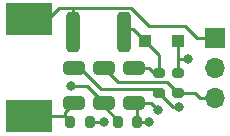
<source format=gbr>
%TF.GenerationSoftware,KiCad,Pcbnew,8.0.5*%
%TF.CreationDate,2024-10-19T22:56:50+02:00*%
%TF.ProjectId,pat-mat-pcb,7061742d-6d61-4742-9d70-63622e6b6963,rev?*%
%TF.SameCoordinates,Original*%
%TF.FileFunction,Copper,L1,Top*%
%TF.FilePolarity,Positive*%
%FSLAX46Y46*%
G04 Gerber Fmt 4.6, Leading zero omitted, Abs format (unit mm)*
G04 Created by KiCad (PCBNEW 8.0.5) date 2024-10-19 22:56:50*
%MOMM*%
%LPD*%
G01*
G04 APERTURE LIST*
G04 Aperture macros list*
%AMRoundRect*
0 Rectangle with rounded corners*
0 $1 Rounding radius*
0 $2 $3 $4 $5 $6 $7 $8 $9 X,Y pos of 4 corners*
0 Add a 4 corners polygon primitive as box body*
4,1,4,$2,$3,$4,$5,$6,$7,$8,$9,$2,$3,0*
0 Add four circle primitives for the rounded corners*
1,1,$1+$1,$2,$3*
1,1,$1+$1,$4,$5*
1,1,$1+$1,$6,$7*
1,1,$1+$1,$8,$9*
0 Add four rect primitives between the rounded corners*
20,1,$1+$1,$2,$3,$4,$5,0*
20,1,$1+$1,$4,$5,$6,$7,0*
20,1,$1+$1,$6,$7,$8,$9,0*
20,1,$1+$1,$8,$9,$2,$3,0*%
G04 Aperture macros list end*
%TA.AperFunction,SMDPad,CuDef*%
%ADD10RoundRect,0.250000X-0.650000X0.325000X-0.650000X-0.325000X0.650000X-0.325000X0.650000X0.325000X0*%
%TD*%
%TA.AperFunction,ConnectorPad*%
%ADD11R,4.000000X2.800000*%
%TD*%
%TA.AperFunction,SMDPad,CuDef*%
%ADD12RoundRect,0.200000X-0.200000X-0.275000X0.200000X-0.275000X0.200000X0.275000X-0.200000X0.275000X0*%
%TD*%
%TA.AperFunction,SMDPad,CuDef*%
%ADD13RoundRect,0.250000X0.300000X0.300000X-0.300000X0.300000X-0.300000X-0.300000X0.300000X-0.300000X0*%
%TD*%
%TA.AperFunction,SMDPad,CuDef*%
%ADD14RoundRect,0.200000X0.275000X-0.200000X0.275000X0.200000X-0.275000X0.200000X-0.275000X-0.200000X0*%
%TD*%
%TA.AperFunction,ComponentPad*%
%ADD15R,1.700000X1.700000*%
%TD*%
%TA.AperFunction,ComponentPad*%
%ADD16O,1.700000X1.700000*%
%TD*%
%TA.AperFunction,SMDPad,CuDef*%
%ADD17RoundRect,0.250000X0.312500X1.450000X-0.312500X1.450000X-0.312500X-1.450000X0.312500X-1.450000X0*%
%TD*%
%TA.AperFunction,SMDPad,CuDef*%
%ADD18RoundRect,0.250000X0.650000X-0.325000X0.650000X0.325000X-0.650000X0.325000X-0.650000X-0.325000X0*%
%TD*%
%TA.AperFunction,ViaPad*%
%ADD19C,0.800000*%
%TD*%
%TA.AperFunction,Conductor*%
%ADD20C,0.250000*%
%TD*%
G04 APERTURE END LIST*
D10*
%TO.P,C3,1*%
%TO.N,Net-(J1-Pin_3)*%
X85090000Y-63498200D03*
%TO.P,C3,2*%
%TO.N,Net-(C4-Cold)*%
X85090000Y-66448200D03*
%TD*%
D11*
%TO.P,C4,1,GND*%
%TO.N,Net-(C4-GND)*%
X78740000Y-59400000D03*
%TO.P,C4,2,Hot*%
%TO.N,Net-(C4-Hot)*%
X78740000Y-67600000D03*
%TD*%
D12*
%TO.P,R3,1*%
%TO.N,Net-(C4-Hot)*%
X82208600Y-68072000D03*
%TO.P,R3,2*%
%TO.N,Net-(D1-K)*%
X83858600Y-68072000D03*
%TD*%
%TO.P,R4,1*%
%TO.N,Net-(C4-Cold)*%
X86234000Y-68072000D03*
%TO.P,R4,2*%
%TO.N,Net-(D1-K)*%
X87884000Y-68072000D03*
%TD*%
D13*
%TO.P,D1,1,K*%
%TO.N,Net-(D1-K)*%
X91316000Y-61214000D03*
%TO.P,D1,2,A*%
%TO.N,Net-(D1-A)*%
X88516000Y-61214000D03*
%TD*%
D14*
%TO.P,R1,1*%
%TO.N,Net-(J1-Pin_2)*%
X89712800Y-65595000D03*
%TO.P,R1,2*%
%TO.N,Net-(D1-A)*%
X89712800Y-63945000D03*
%TD*%
D15*
%TO.P,J1,1,Pin_1*%
%TO.N,Net-(C4-GND)*%
X94488000Y-60960000D03*
D16*
%TO.P,J1,2,Pin_2*%
%TO.N,Net-(J1-Pin_2)*%
X94488000Y-63500000D03*
%TO.P,J1,3,Pin_3*%
%TO.N,Net-(J1-Pin_3)*%
X94488000Y-66040000D03*
%TD*%
D10*
%TO.P,C1,1*%
%TO.N,Net-(J1-Pin_2)*%
X82550000Y-63498200D03*
%TO.P,C1,2*%
%TO.N,Net-(C4-Hot)*%
X82550000Y-66448200D03*
%TD*%
D17*
%TO.P,L1,1,1*%
%TO.N,Net-(D1-A)*%
X86770300Y-60452000D03*
%TO.P,L1,2,2*%
%TO.N,Net-(C4-GND)*%
X82495300Y-60452000D03*
%TD*%
D14*
%TO.P,R2,1*%
%TO.N,Net-(J1-Pin_3)*%
X91363800Y-65595000D03*
%TO.P,R2,2*%
%TO.N,Net-(D1-K)*%
X91363800Y-63945000D03*
%TD*%
D18*
%TO.P,C2,1*%
%TO.N,Net-(D1-K)*%
X87630000Y-66450000D03*
%TO.P,C2,2*%
%TO.N,Net-(D1-A)*%
X87630000Y-63500000D03*
%TD*%
D19*
%TO.N,Net-(C4-Cold)*%
X82296000Y-65024000D03*
%TO.N,Net-(J1-Pin_2)*%
X91440000Y-66802000D03*
%TO.N,Net-(D1-K)*%
X88900000Y-68072000D03*
X85090000Y-68072000D03*
X92202000Y-62738000D03*
X89662000Y-67056000D03*
%TD*%
D20*
%TO.N,Net-(J1-Pin_3)*%
X94043000Y-65595000D02*
X94488000Y-66040000D01*
X91363800Y-65595000D02*
X90438800Y-64670000D01*
X94488000Y-66040000D02*
X93218000Y-66040000D01*
X92773000Y-65595000D02*
X91363800Y-65595000D01*
X93218000Y-66040000D02*
X92773000Y-65595000D01*
X90438800Y-64670000D02*
X86261800Y-64670000D01*
X86261800Y-64670000D02*
X85090000Y-63498200D01*
%TO.N,Net-(C4-Cold)*%
X86234000Y-68072000D02*
X86234000Y-67946000D01*
X82296000Y-65024000D02*
X83665800Y-65024000D01*
X83665800Y-65024000D02*
X85090000Y-66448200D01*
X86234000Y-67946000D02*
X85090000Y-66802000D01*
X85090000Y-66802000D02*
X85090000Y-66448200D01*
%TO.N,Net-(J1-Pin_2)*%
X83056200Y-63498200D02*
X84836000Y-65278000D01*
X89712800Y-65595000D02*
X90919800Y-66802000D01*
X90919800Y-66802000D02*
X91440000Y-66802000D01*
X89395800Y-65278000D02*
X89712800Y-65595000D01*
X82550000Y-63498200D02*
X83056200Y-63498200D01*
X84836000Y-65278000D02*
X89395800Y-65278000D01*
%TO.N,Net-(C4-Hot)*%
X81736600Y-67600000D02*
X81736600Y-67261600D01*
X78740000Y-67600000D02*
X81026000Y-67600000D01*
X81736600Y-67261600D02*
X82550000Y-66448200D01*
X81026000Y-67600000D02*
X81736600Y-67600000D01*
X81736600Y-67600000D02*
X82208600Y-68072000D01*
%TO.N,Net-(D1-K)*%
X91316000Y-62738000D02*
X91316000Y-63897200D01*
X91316000Y-63897200D02*
X91363800Y-63945000D01*
X92202000Y-62738000D02*
X91316000Y-62738000D01*
X87884000Y-66704000D02*
X87630000Y-66450000D01*
X88900000Y-68072000D02*
X87884000Y-68072000D01*
X83858600Y-68072000D02*
X85090000Y-68072000D01*
X87630000Y-66450000D02*
X89056000Y-66450000D01*
X87884000Y-68072000D02*
X87884000Y-66704000D01*
X91316000Y-61214000D02*
X91316000Y-62738000D01*
X89056000Y-66450000D02*
X89662000Y-67056000D01*
%TO.N,Net-(D1-A)*%
X88900000Y-63500000D02*
X87630000Y-63500000D01*
X89712800Y-62410800D02*
X89712800Y-63945000D01*
X89712800Y-63945000D02*
X89345000Y-63945000D01*
X87500000Y-60198000D02*
X88516000Y-61214000D01*
X88516000Y-61214000D02*
X89712800Y-62410800D01*
X86770300Y-60198000D02*
X87500000Y-60198000D01*
X89345000Y-63945000D02*
X88900000Y-63500000D01*
%TO.N,Net-(C4-GND)*%
X80300000Y-59400000D02*
X81280000Y-58420000D01*
X78740000Y-59400000D02*
X80300000Y-59400000D01*
X87376000Y-58420000D02*
X88900000Y-59944000D01*
X81280000Y-58420000D02*
X82550000Y-58420000D01*
X88900000Y-59944000D02*
X91948000Y-59944000D01*
X91948000Y-59944000D02*
X92964000Y-60960000D01*
X82495300Y-58474700D02*
X82495300Y-60452000D01*
X82550000Y-58420000D02*
X87376000Y-58420000D01*
X92964000Y-60960000D02*
X94488000Y-60960000D01*
X82550000Y-58420000D02*
X82495300Y-58474700D01*
%TD*%
M02*

</source>
